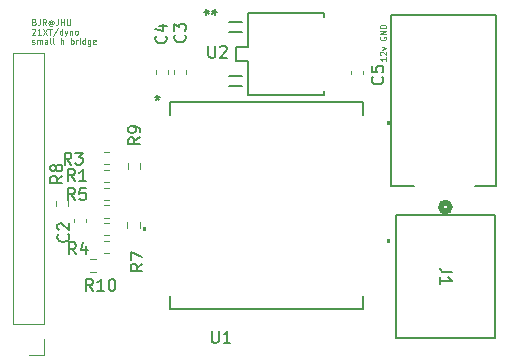
<source format=gbr>
%TF.GenerationSoftware,KiCad,Pcbnew,8.0.7*%
%TF.CreationDate,2025-03-18T00:38:47-04:00*%
%TF.ProjectId,small_hbridge,736d616c-6c5f-4686-9272-696467652e6b,rev?*%
%TF.SameCoordinates,Original*%
%TF.FileFunction,Legend,Top*%
%TF.FilePolarity,Positive*%
%FSLAX46Y46*%
G04 Gerber Fmt 4.6, Leading zero omitted, Abs format (unit mm)*
G04 Created by KiCad (PCBNEW 8.0.7) date 2025-03-18 00:38:47*
%MOMM*%
%LPD*%
G01*
G04 APERTURE LIST*
%ADD10C,0.125000*%
%ADD11C,0.150000*%
%ADD12C,0.120000*%
%ADD13C,0.152400*%
%ADD14C,0.508000*%
%ADD15C,0.127000*%
%ADD16C,0.200000*%
%ADD17C,0.000000*%
G04 APERTURE END LIST*
D10*
X155561950Y-74006460D02*
X155633378Y-74030270D01*
X155633378Y-74030270D02*
X155657188Y-74054079D01*
X155657188Y-74054079D02*
X155680997Y-74101698D01*
X155680997Y-74101698D02*
X155680997Y-74173127D01*
X155680997Y-74173127D02*
X155657188Y-74220746D01*
X155657188Y-74220746D02*
X155633378Y-74244556D01*
X155633378Y-74244556D02*
X155585759Y-74268365D01*
X155585759Y-74268365D02*
X155395283Y-74268365D01*
X155395283Y-74268365D02*
X155395283Y-73768365D01*
X155395283Y-73768365D02*
X155561950Y-73768365D01*
X155561950Y-73768365D02*
X155609569Y-73792175D01*
X155609569Y-73792175D02*
X155633378Y-73815984D01*
X155633378Y-73815984D02*
X155657188Y-73863603D01*
X155657188Y-73863603D02*
X155657188Y-73911222D01*
X155657188Y-73911222D02*
X155633378Y-73958841D01*
X155633378Y-73958841D02*
X155609569Y-73982651D01*
X155609569Y-73982651D02*
X155561950Y-74006460D01*
X155561950Y-74006460D02*
X155395283Y-74006460D01*
X156038140Y-73768365D02*
X156038140Y-74125508D01*
X156038140Y-74125508D02*
X156014331Y-74196936D01*
X156014331Y-74196936D02*
X155966712Y-74244556D01*
X155966712Y-74244556D02*
X155895283Y-74268365D01*
X155895283Y-74268365D02*
X155847664Y-74268365D01*
X156561949Y-74268365D02*
X156395283Y-74030270D01*
X156276235Y-74268365D02*
X156276235Y-73768365D01*
X156276235Y-73768365D02*
X156466711Y-73768365D01*
X156466711Y-73768365D02*
X156514330Y-73792175D01*
X156514330Y-73792175D02*
X156538140Y-73815984D01*
X156538140Y-73815984D02*
X156561949Y-73863603D01*
X156561949Y-73863603D02*
X156561949Y-73935032D01*
X156561949Y-73935032D02*
X156538140Y-73982651D01*
X156538140Y-73982651D02*
X156514330Y-74006460D01*
X156514330Y-74006460D02*
X156466711Y-74030270D01*
X156466711Y-74030270D02*
X156276235Y-74030270D01*
X157085759Y-74030270D02*
X157061949Y-74006460D01*
X157061949Y-74006460D02*
X157014330Y-73982651D01*
X157014330Y-73982651D02*
X156966711Y-73982651D01*
X156966711Y-73982651D02*
X156919092Y-74006460D01*
X156919092Y-74006460D02*
X156895283Y-74030270D01*
X156895283Y-74030270D02*
X156871473Y-74077889D01*
X156871473Y-74077889D02*
X156871473Y-74125508D01*
X156871473Y-74125508D02*
X156895283Y-74173127D01*
X156895283Y-74173127D02*
X156919092Y-74196936D01*
X156919092Y-74196936D02*
X156966711Y-74220746D01*
X156966711Y-74220746D02*
X157014330Y-74220746D01*
X157014330Y-74220746D02*
X157061949Y-74196936D01*
X157061949Y-74196936D02*
X157085759Y-74173127D01*
X157085759Y-73982651D02*
X157085759Y-74173127D01*
X157085759Y-74173127D02*
X157109568Y-74196936D01*
X157109568Y-74196936D02*
X157133378Y-74196936D01*
X157133378Y-74196936D02*
X157180997Y-74173127D01*
X157180997Y-74173127D02*
X157204807Y-74125508D01*
X157204807Y-74125508D02*
X157204807Y-74006460D01*
X157204807Y-74006460D02*
X157157188Y-73935032D01*
X157157188Y-73935032D02*
X157085759Y-73887413D01*
X157085759Y-73887413D02*
X156990521Y-73863603D01*
X156990521Y-73863603D02*
X156895283Y-73887413D01*
X156895283Y-73887413D02*
X156823854Y-73935032D01*
X156823854Y-73935032D02*
X156776235Y-74006460D01*
X156776235Y-74006460D02*
X156752426Y-74101698D01*
X156752426Y-74101698D02*
X156776235Y-74196936D01*
X156776235Y-74196936D02*
X156823854Y-74268365D01*
X156823854Y-74268365D02*
X156895283Y-74315984D01*
X156895283Y-74315984D02*
X156990521Y-74339794D01*
X156990521Y-74339794D02*
X157085759Y-74315984D01*
X157085759Y-74315984D02*
X157157188Y-74268365D01*
X157561949Y-73768365D02*
X157561949Y-74125508D01*
X157561949Y-74125508D02*
X157538140Y-74196936D01*
X157538140Y-74196936D02*
X157490521Y-74244556D01*
X157490521Y-74244556D02*
X157419092Y-74268365D01*
X157419092Y-74268365D02*
X157371473Y-74268365D01*
X157800044Y-74268365D02*
X157800044Y-73768365D01*
X157800044Y-74006460D02*
X158085758Y-74006460D01*
X158085758Y-74268365D02*
X158085758Y-73768365D01*
X158323854Y-73768365D02*
X158323854Y-74173127D01*
X158323854Y-74173127D02*
X158347664Y-74220746D01*
X158347664Y-74220746D02*
X158371473Y-74244556D01*
X158371473Y-74244556D02*
X158419092Y-74268365D01*
X158419092Y-74268365D02*
X158514330Y-74268365D01*
X158514330Y-74268365D02*
X158561949Y-74244556D01*
X158561949Y-74244556D02*
X158585759Y-74220746D01*
X158585759Y-74220746D02*
X158609568Y-74173127D01*
X158609568Y-74173127D02*
X158609568Y-73768365D01*
X155371474Y-74620956D02*
X155395283Y-74597147D01*
X155395283Y-74597147D02*
X155442902Y-74573337D01*
X155442902Y-74573337D02*
X155561950Y-74573337D01*
X155561950Y-74573337D02*
X155609569Y-74597147D01*
X155609569Y-74597147D02*
X155633378Y-74620956D01*
X155633378Y-74620956D02*
X155657188Y-74668575D01*
X155657188Y-74668575D02*
X155657188Y-74716194D01*
X155657188Y-74716194D02*
X155633378Y-74787623D01*
X155633378Y-74787623D02*
X155347664Y-75073337D01*
X155347664Y-75073337D02*
X155657188Y-75073337D01*
X156133378Y-75073337D02*
X155847664Y-75073337D01*
X155990521Y-75073337D02*
X155990521Y-74573337D01*
X155990521Y-74573337D02*
X155942902Y-74644766D01*
X155942902Y-74644766D02*
X155895283Y-74692385D01*
X155895283Y-74692385D02*
X155847664Y-74716194D01*
X156300044Y-74573337D02*
X156633377Y-75073337D01*
X156633377Y-74573337D02*
X156300044Y-75073337D01*
X156752425Y-74573337D02*
X157038139Y-74573337D01*
X156895282Y-75073337D02*
X156895282Y-74573337D01*
X157561948Y-74549528D02*
X157133377Y-75192385D01*
X157942901Y-75073337D02*
X157942901Y-74573337D01*
X157942901Y-75049528D02*
X157895282Y-75073337D01*
X157895282Y-75073337D02*
X157800044Y-75073337D01*
X157800044Y-75073337D02*
X157752425Y-75049528D01*
X157752425Y-75049528D02*
X157728615Y-75025718D01*
X157728615Y-75025718D02*
X157704806Y-74978099D01*
X157704806Y-74978099D02*
X157704806Y-74835242D01*
X157704806Y-74835242D02*
X157728615Y-74787623D01*
X157728615Y-74787623D02*
X157752425Y-74763813D01*
X157752425Y-74763813D02*
X157800044Y-74740004D01*
X157800044Y-74740004D02*
X157895282Y-74740004D01*
X157895282Y-74740004D02*
X157942901Y-74763813D01*
X158133377Y-74740004D02*
X158252425Y-75073337D01*
X158371472Y-74740004D02*
X158252425Y-75073337D01*
X158252425Y-75073337D02*
X158204806Y-75192385D01*
X158204806Y-75192385D02*
X158180996Y-75216194D01*
X158180996Y-75216194D02*
X158133377Y-75240004D01*
X158561948Y-74740004D02*
X158561948Y-75073337D01*
X158561948Y-74787623D02*
X158585758Y-74763813D01*
X158585758Y-74763813D02*
X158633377Y-74740004D01*
X158633377Y-74740004D02*
X158704805Y-74740004D01*
X158704805Y-74740004D02*
X158752424Y-74763813D01*
X158752424Y-74763813D02*
X158776234Y-74811432D01*
X158776234Y-74811432D02*
X158776234Y-75073337D01*
X159085758Y-75073337D02*
X159038139Y-75049528D01*
X159038139Y-75049528D02*
X159014329Y-75025718D01*
X159014329Y-75025718D02*
X158990520Y-74978099D01*
X158990520Y-74978099D02*
X158990520Y-74835242D01*
X158990520Y-74835242D02*
X159014329Y-74787623D01*
X159014329Y-74787623D02*
X159038139Y-74763813D01*
X159038139Y-74763813D02*
X159085758Y-74740004D01*
X159085758Y-74740004D02*
X159157186Y-74740004D01*
X159157186Y-74740004D02*
X159204805Y-74763813D01*
X159204805Y-74763813D02*
X159228615Y-74787623D01*
X159228615Y-74787623D02*
X159252424Y-74835242D01*
X159252424Y-74835242D02*
X159252424Y-74978099D01*
X159252424Y-74978099D02*
X159228615Y-75025718D01*
X159228615Y-75025718D02*
X159204805Y-75049528D01*
X159204805Y-75049528D02*
X159157186Y-75073337D01*
X159157186Y-75073337D02*
X159085758Y-75073337D01*
X155371474Y-75854500D02*
X155419093Y-75878309D01*
X155419093Y-75878309D02*
X155514331Y-75878309D01*
X155514331Y-75878309D02*
X155561950Y-75854500D01*
X155561950Y-75854500D02*
X155585759Y-75806880D01*
X155585759Y-75806880D02*
X155585759Y-75783071D01*
X155585759Y-75783071D02*
X155561950Y-75735452D01*
X155561950Y-75735452D02*
X155514331Y-75711642D01*
X155514331Y-75711642D02*
X155442902Y-75711642D01*
X155442902Y-75711642D02*
X155395283Y-75687833D01*
X155395283Y-75687833D02*
X155371474Y-75640214D01*
X155371474Y-75640214D02*
X155371474Y-75616404D01*
X155371474Y-75616404D02*
X155395283Y-75568785D01*
X155395283Y-75568785D02*
X155442902Y-75544976D01*
X155442902Y-75544976D02*
X155514331Y-75544976D01*
X155514331Y-75544976D02*
X155561950Y-75568785D01*
X155800045Y-75878309D02*
X155800045Y-75544976D01*
X155800045Y-75592595D02*
X155823855Y-75568785D01*
X155823855Y-75568785D02*
X155871474Y-75544976D01*
X155871474Y-75544976D02*
X155942902Y-75544976D01*
X155942902Y-75544976D02*
X155990521Y-75568785D01*
X155990521Y-75568785D02*
X156014331Y-75616404D01*
X156014331Y-75616404D02*
X156014331Y-75878309D01*
X156014331Y-75616404D02*
X156038140Y-75568785D01*
X156038140Y-75568785D02*
X156085759Y-75544976D01*
X156085759Y-75544976D02*
X156157188Y-75544976D01*
X156157188Y-75544976D02*
X156204807Y-75568785D01*
X156204807Y-75568785D02*
X156228617Y-75616404D01*
X156228617Y-75616404D02*
X156228617Y-75878309D01*
X156680998Y-75878309D02*
X156680998Y-75616404D01*
X156680998Y-75616404D02*
X156657188Y-75568785D01*
X156657188Y-75568785D02*
X156609569Y-75544976D01*
X156609569Y-75544976D02*
X156514331Y-75544976D01*
X156514331Y-75544976D02*
X156466712Y-75568785D01*
X156680998Y-75854500D02*
X156633379Y-75878309D01*
X156633379Y-75878309D02*
X156514331Y-75878309D01*
X156514331Y-75878309D02*
X156466712Y-75854500D01*
X156466712Y-75854500D02*
X156442903Y-75806880D01*
X156442903Y-75806880D02*
X156442903Y-75759261D01*
X156442903Y-75759261D02*
X156466712Y-75711642D01*
X156466712Y-75711642D02*
X156514331Y-75687833D01*
X156514331Y-75687833D02*
X156633379Y-75687833D01*
X156633379Y-75687833D02*
X156680998Y-75664023D01*
X156990522Y-75878309D02*
X156942903Y-75854500D01*
X156942903Y-75854500D02*
X156919093Y-75806880D01*
X156919093Y-75806880D02*
X156919093Y-75378309D01*
X157252427Y-75878309D02*
X157204808Y-75854500D01*
X157204808Y-75854500D02*
X157180998Y-75806880D01*
X157180998Y-75806880D02*
X157180998Y-75378309D01*
X157823855Y-75878309D02*
X157823855Y-75378309D01*
X158038141Y-75878309D02*
X158038141Y-75616404D01*
X158038141Y-75616404D02*
X158014331Y-75568785D01*
X158014331Y-75568785D02*
X157966712Y-75544976D01*
X157966712Y-75544976D02*
X157895284Y-75544976D01*
X157895284Y-75544976D02*
X157847665Y-75568785D01*
X157847665Y-75568785D02*
X157823855Y-75592595D01*
X158657188Y-75878309D02*
X158657188Y-75378309D01*
X158657188Y-75568785D02*
X158704807Y-75544976D01*
X158704807Y-75544976D02*
X158800045Y-75544976D01*
X158800045Y-75544976D02*
X158847664Y-75568785D01*
X158847664Y-75568785D02*
X158871474Y-75592595D01*
X158871474Y-75592595D02*
X158895283Y-75640214D01*
X158895283Y-75640214D02*
X158895283Y-75783071D01*
X158895283Y-75783071D02*
X158871474Y-75830690D01*
X158871474Y-75830690D02*
X158847664Y-75854500D01*
X158847664Y-75854500D02*
X158800045Y-75878309D01*
X158800045Y-75878309D02*
X158704807Y-75878309D01*
X158704807Y-75878309D02*
X158657188Y-75854500D01*
X159109569Y-75878309D02*
X159109569Y-75544976D01*
X159109569Y-75640214D02*
X159133379Y-75592595D01*
X159133379Y-75592595D02*
X159157188Y-75568785D01*
X159157188Y-75568785D02*
X159204807Y-75544976D01*
X159204807Y-75544976D02*
X159252426Y-75544976D01*
X159419093Y-75878309D02*
X159419093Y-75544976D01*
X159419093Y-75378309D02*
X159395284Y-75402119D01*
X159395284Y-75402119D02*
X159419093Y-75425928D01*
X159419093Y-75425928D02*
X159442903Y-75402119D01*
X159442903Y-75402119D02*
X159419093Y-75378309D01*
X159419093Y-75378309D02*
X159419093Y-75425928D01*
X159871474Y-75878309D02*
X159871474Y-75378309D01*
X159871474Y-75854500D02*
X159823855Y-75878309D01*
X159823855Y-75878309D02*
X159728617Y-75878309D01*
X159728617Y-75878309D02*
X159680998Y-75854500D01*
X159680998Y-75854500D02*
X159657188Y-75830690D01*
X159657188Y-75830690D02*
X159633379Y-75783071D01*
X159633379Y-75783071D02*
X159633379Y-75640214D01*
X159633379Y-75640214D02*
X159657188Y-75592595D01*
X159657188Y-75592595D02*
X159680998Y-75568785D01*
X159680998Y-75568785D02*
X159728617Y-75544976D01*
X159728617Y-75544976D02*
X159823855Y-75544976D01*
X159823855Y-75544976D02*
X159871474Y-75568785D01*
X160323855Y-75544976D02*
X160323855Y-75949738D01*
X160323855Y-75949738D02*
X160300045Y-75997357D01*
X160300045Y-75997357D02*
X160276236Y-76021166D01*
X160276236Y-76021166D02*
X160228617Y-76044976D01*
X160228617Y-76044976D02*
X160157188Y-76044976D01*
X160157188Y-76044976D02*
X160109569Y-76021166D01*
X160323855Y-75854500D02*
X160276236Y-75878309D01*
X160276236Y-75878309D02*
X160180998Y-75878309D01*
X160180998Y-75878309D02*
X160133379Y-75854500D01*
X160133379Y-75854500D02*
X160109569Y-75830690D01*
X160109569Y-75830690D02*
X160085760Y-75783071D01*
X160085760Y-75783071D02*
X160085760Y-75640214D01*
X160085760Y-75640214D02*
X160109569Y-75592595D01*
X160109569Y-75592595D02*
X160133379Y-75568785D01*
X160133379Y-75568785D02*
X160180998Y-75544976D01*
X160180998Y-75544976D02*
X160276236Y-75544976D01*
X160276236Y-75544976D02*
X160323855Y-75568785D01*
X160752426Y-75854500D02*
X160704807Y-75878309D01*
X160704807Y-75878309D02*
X160609569Y-75878309D01*
X160609569Y-75878309D02*
X160561950Y-75854500D01*
X160561950Y-75854500D02*
X160538141Y-75806880D01*
X160538141Y-75806880D02*
X160538141Y-75616404D01*
X160538141Y-75616404D02*
X160561950Y-75568785D01*
X160561950Y-75568785D02*
X160609569Y-75544976D01*
X160609569Y-75544976D02*
X160704807Y-75544976D01*
X160704807Y-75544976D02*
X160752426Y-75568785D01*
X160752426Y-75568785D02*
X160776236Y-75616404D01*
X160776236Y-75616404D02*
X160776236Y-75664023D01*
X160776236Y-75664023D02*
X160538141Y-75711642D01*
X185352309Y-77006811D02*
X185352309Y-77292525D01*
X185352309Y-77149668D02*
X184852309Y-77149668D01*
X184852309Y-77149668D02*
X184923738Y-77197287D01*
X184923738Y-77197287D02*
X184971357Y-77244906D01*
X184971357Y-77244906D02*
X184995166Y-77292525D01*
X184899928Y-76816335D02*
X184876119Y-76792526D01*
X184876119Y-76792526D02*
X184852309Y-76744907D01*
X184852309Y-76744907D02*
X184852309Y-76625859D01*
X184852309Y-76625859D02*
X184876119Y-76578240D01*
X184876119Y-76578240D02*
X184899928Y-76554431D01*
X184899928Y-76554431D02*
X184947547Y-76530621D01*
X184947547Y-76530621D02*
X184995166Y-76530621D01*
X184995166Y-76530621D02*
X185066595Y-76554431D01*
X185066595Y-76554431D02*
X185352309Y-76840145D01*
X185352309Y-76840145D02*
X185352309Y-76530621D01*
X185018976Y-76363955D02*
X185352309Y-76244907D01*
X185352309Y-76244907D02*
X185018976Y-76125860D01*
X184876119Y-75292527D02*
X184852309Y-75340146D01*
X184852309Y-75340146D02*
X184852309Y-75411575D01*
X184852309Y-75411575D02*
X184876119Y-75483003D01*
X184876119Y-75483003D02*
X184923738Y-75530622D01*
X184923738Y-75530622D02*
X184971357Y-75554432D01*
X184971357Y-75554432D02*
X185066595Y-75578241D01*
X185066595Y-75578241D02*
X185138023Y-75578241D01*
X185138023Y-75578241D02*
X185233261Y-75554432D01*
X185233261Y-75554432D02*
X185280880Y-75530622D01*
X185280880Y-75530622D02*
X185328500Y-75483003D01*
X185328500Y-75483003D02*
X185352309Y-75411575D01*
X185352309Y-75411575D02*
X185352309Y-75363956D01*
X185352309Y-75363956D02*
X185328500Y-75292527D01*
X185328500Y-75292527D02*
X185304690Y-75268718D01*
X185304690Y-75268718D02*
X185138023Y-75268718D01*
X185138023Y-75268718D02*
X185138023Y-75363956D01*
X185352309Y-75054432D02*
X184852309Y-75054432D01*
X184852309Y-75054432D02*
X185352309Y-74768718D01*
X185352309Y-74768718D02*
X184852309Y-74768718D01*
X185352309Y-74530622D02*
X184852309Y-74530622D01*
X184852309Y-74530622D02*
X184852309Y-74411574D01*
X184852309Y-74411574D02*
X184876119Y-74340146D01*
X184876119Y-74340146D02*
X184923738Y-74292527D01*
X184923738Y-74292527D02*
X184971357Y-74268717D01*
X184971357Y-74268717D02*
X185066595Y-74244908D01*
X185066595Y-74244908D02*
X185138023Y-74244908D01*
X185138023Y-74244908D02*
X185233261Y-74268717D01*
X185233261Y-74268717D02*
X185280880Y-74292527D01*
X185280880Y-74292527D02*
X185328500Y-74340146D01*
X185328500Y-74340146D02*
X185352309Y-74411574D01*
X185352309Y-74411574D02*
X185352309Y-74530622D01*
D11*
X160525691Y-96779820D02*
X160192358Y-96303629D01*
X159954263Y-96779820D02*
X159954263Y-95779820D01*
X159954263Y-95779820D02*
X160335215Y-95779820D01*
X160335215Y-95779820D02*
X160430453Y-95827439D01*
X160430453Y-95827439D02*
X160478072Y-95875058D01*
X160478072Y-95875058D02*
X160525691Y-95970296D01*
X160525691Y-95970296D02*
X160525691Y-96113153D01*
X160525691Y-96113153D02*
X160478072Y-96208391D01*
X160478072Y-96208391D02*
X160430453Y-96256010D01*
X160430453Y-96256010D02*
X160335215Y-96303629D01*
X160335215Y-96303629D02*
X159954263Y-96303629D01*
X161478072Y-96779820D02*
X160906644Y-96779820D01*
X161192358Y-96779820D02*
X161192358Y-95779820D01*
X161192358Y-95779820D02*
X161097120Y-95922677D01*
X161097120Y-95922677D02*
X161001882Y-96017915D01*
X161001882Y-96017915D02*
X160906644Y-96065534D01*
X162097120Y-95779820D02*
X162192358Y-95779820D01*
X162192358Y-95779820D02*
X162287596Y-95827439D01*
X162287596Y-95827439D02*
X162335215Y-95875058D01*
X162335215Y-95875058D02*
X162382834Y-95970296D01*
X162382834Y-95970296D02*
X162430453Y-96160772D01*
X162430453Y-96160772D02*
X162430453Y-96398867D01*
X162430453Y-96398867D02*
X162382834Y-96589343D01*
X162382834Y-96589343D02*
X162335215Y-96684581D01*
X162335215Y-96684581D02*
X162287596Y-96732201D01*
X162287596Y-96732201D02*
X162192358Y-96779820D01*
X162192358Y-96779820D02*
X162097120Y-96779820D01*
X162097120Y-96779820D02*
X162001882Y-96732201D01*
X162001882Y-96732201D02*
X161954263Y-96684581D01*
X161954263Y-96684581D02*
X161906644Y-96589343D01*
X161906644Y-96589343D02*
X161859025Y-96398867D01*
X161859025Y-96398867D02*
X161859025Y-96160772D01*
X161859025Y-96160772D02*
X161906644Y-95970296D01*
X161906644Y-95970296D02*
X161954263Y-95875058D01*
X161954263Y-95875058D02*
X162001882Y-95827439D01*
X162001882Y-95827439D02*
X162097120Y-95779820D01*
X190918180Y-95196066D02*
X190203895Y-95196066D01*
X190203895Y-95196066D02*
X190061038Y-95148447D01*
X190061038Y-95148447D02*
X189965800Y-95053209D01*
X189965800Y-95053209D02*
X189918180Y-94910352D01*
X189918180Y-94910352D02*
X189918180Y-94815114D01*
X189918180Y-96196066D02*
X189918180Y-95624638D01*
X189918180Y-95910352D02*
X190918180Y-95910352D01*
X190918180Y-95910352D02*
X190775323Y-95815114D01*
X190775323Y-95815114D02*
X190680085Y-95719876D01*
X190680085Y-95719876D02*
X190632466Y-95624638D01*
X159101882Y-93679820D02*
X158768549Y-93203629D01*
X158530454Y-93679820D02*
X158530454Y-92679820D01*
X158530454Y-92679820D02*
X158911406Y-92679820D01*
X158911406Y-92679820D02*
X159006644Y-92727439D01*
X159006644Y-92727439D02*
X159054263Y-92775058D01*
X159054263Y-92775058D02*
X159101882Y-92870296D01*
X159101882Y-92870296D02*
X159101882Y-93013153D01*
X159101882Y-93013153D02*
X159054263Y-93108391D01*
X159054263Y-93108391D02*
X159006644Y-93156010D01*
X159006644Y-93156010D02*
X158911406Y-93203629D01*
X158911406Y-93203629D02*
X158530454Y-93203629D01*
X159959025Y-93013153D02*
X159959025Y-93679820D01*
X159720930Y-92632201D02*
X159482835Y-93346486D01*
X159482835Y-93346486D02*
X160101882Y-93346486D01*
X159001882Y-89079820D02*
X158668549Y-88603629D01*
X158430454Y-89079820D02*
X158430454Y-88079820D01*
X158430454Y-88079820D02*
X158811406Y-88079820D01*
X158811406Y-88079820D02*
X158906644Y-88127439D01*
X158906644Y-88127439D02*
X158954263Y-88175058D01*
X158954263Y-88175058D02*
X159001882Y-88270296D01*
X159001882Y-88270296D02*
X159001882Y-88413153D01*
X159001882Y-88413153D02*
X158954263Y-88508391D01*
X158954263Y-88508391D02*
X158906644Y-88556010D01*
X158906644Y-88556010D02*
X158811406Y-88603629D01*
X158811406Y-88603629D02*
X158430454Y-88603629D01*
X159906644Y-88079820D02*
X159430454Y-88079820D01*
X159430454Y-88079820D02*
X159382835Y-88556010D01*
X159382835Y-88556010D02*
X159430454Y-88508391D01*
X159430454Y-88508391D02*
X159525692Y-88460772D01*
X159525692Y-88460772D02*
X159763787Y-88460772D01*
X159763787Y-88460772D02*
X159859025Y-88508391D01*
X159859025Y-88508391D02*
X159906644Y-88556010D01*
X159906644Y-88556010D02*
X159954263Y-88651248D01*
X159954263Y-88651248D02*
X159954263Y-88889343D01*
X159954263Y-88889343D02*
X159906644Y-88984581D01*
X159906644Y-88984581D02*
X159859025Y-89032201D01*
X159859025Y-89032201D02*
X159763787Y-89079820D01*
X159763787Y-89079820D02*
X159525692Y-89079820D01*
X159525692Y-89079820D02*
X159430454Y-89032201D01*
X159430454Y-89032201D02*
X159382835Y-88984581D01*
X166699580Y-75196666D02*
X166747200Y-75244285D01*
X166747200Y-75244285D02*
X166794819Y-75387142D01*
X166794819Y-75387142D02*
X166794819Y-75482380D01*
X166794819Y-75482380D02*
X166747200Y-75625237D01*
X166747200Y-75625237D02*
X166651961Y-75720475D01*
X166651961Y-75720475D02*
X166556723Y-75768094D01*
X166556723Y-75768094D02*
X166366247Y-75815713D01*
X166366247Y-75815713D02*
X166223390Y-75815713D01*
X166223390Y-75815713D02*
X166032914Y-75768094D01*
X166032914Y-75768094D02*
X165937676Y-75720475D01*
X165937676Y-75720475D02*
X165842438Y-75625237D01*
X165842438Y-75625237D02*
X165794819Y-75482380D01*
X165794819Y-75482380D02*
X165794819Y-75387142D01*
X165794819Y-75387142D02*
X165842438Y-75244285D01*
X165842438Y-75244285D02*
X165890057Y-75196666D01*
X166128152Y-74339523D02*
X166794819Y-74339523D01*
X165747200Y-74577618D02*
X166461485Y-74815713D01*
X166461485Y-74815713D02*
X166461485Y-74196666D01*
X159001882Y-87479820D02*
X158668549Y-87003629D01*
X158430454Y-87479820D02*
X158430454Y-86479820D01*
X158430454Y-86479820D02*
X158811406Y-86479820D01*
X158811406Y-86479820D02*
X158906644Y-86527439D01*
X158906644Y-86527439D02*
X158954263Y-86575058D01*
X158954263Y-86575058D02*
X159001882Y-86670296D01*
X159001882Y-86670296D02*
X159001882Y-86813153D01*
X159001882Y-86813153D02*
X158954263Y-86908391D01*
X158954263Y-86908391D02*
X158906644Y-86956010D01*
X158906644Y-86956010D02*
X158811406Y-87003629D01*
X158811406Y-87003629D02*
X158430454Y-87003629D01*
X159954263Y-87479820D02*
X159382835Y-87479820D01*
X159668549Y-87479820D02*
X159668549Y-86479820D01*
X159668549Y-86479820D02*
X159573311Y-86622677D01*
X159573311Y-86622677D02*
X159478073Y-86717915D01*
X159478073Y-86717915D02*
X159382835Y-86765534D01*
X158701882Y-86079820D02*
X158368549Y-85603629D01*
X158130454Y-86079820D02*
X158130454Y-85079820D01*
X158130454Y-85079820D02*
X158511406Y-85079820D01*
X158511406Y-85079820D02*
X158606644Y-85127439D01*
X158606644Y-85127439D02*
X158654263Y-85175058D01*
X158654263Y-85175058D02*
X158701882Y-85270296D01*
X158701882Y-85270296D02*
X158701882Y-85413153D01*
X158701882Y-85413153D02*
X158654263Y-85508391D01*
X158654263Y-85508391D02*
X158606644Y-85556010D01*
X158606644Y-85556010D02*
X158511406Y-85603629D01*
X158511406Y-85603629D02*
X158130454Y-85603629D01*
X159035216Y-85079820D02*
X159654263Y-85079820D01*
X159654263Y-85079820D02*
X159320930Y-85460772D01*
X159320930Y-85460772D02*
X159463787Y-85460772D01*
X159463787Y-85460772D02*
X159559025Y-85508391D01*
X159559025Y-85508391D02*
X159606644Y-85556010D01*
X159606644Y-85556010D02*
X159654263Y-85651248D01*
X159654263Y-85651248D02*
X159654263Y-85889343D01*
X159654263Y-85889343D02*
X159606644Y-85984581D01*
X159606644Y-85984581D02*
X159559025Y-86032201D01*
X159559025Y-86032201D02*
X159463787Y-86079820D01*
X159463787Y-86079820D02*
X159178073Y-86079820D01*
X159178073Y-86079820D02*
X159082835Y-86032201D01*
X159082835Y-86032201D02*
X159035216Y-85984581D01*
X158428129Y-91991667D02*
X158475749Y-92039286D01*
X158475749Y-92039286D02*
X158523368Y-92182143D01*
X158523368Y-92182143D02*
X158523368Y-92277381D01*
X158523368Y-92277381D02*
X158475749Y-92420238D01*
X158475749Y-92420238D02*
X158380510Y-92515476D01*
X158380510Y-92515476D02*
X158285272Y-92563095D01*
X158285272Y-92563095D02*
X158094796Y-92610714D01*
X158094796Y-92610714D02*
X157951939Y-92610714D01*
X157951939Y-92610714D02*
X157761463Y-92563095D01*
X157761463Y-92563095D02*
X157666225Y-92515476D01*
X157666225Y-92515476D02*
X157570987Y-92420238D01*
X157570987Y-92420238D02*
X157523368Y-92277381D01*
X157523368Y-92277381D02*
X157523368Y-92182143D01*
X157523368Y-92182143D02*
X157570987Y-92039286D01*
X157570987Y-92039286D02*
X157618606Y-91991667D01*
X157618606Y-91610714D02*
X157570987Y-91563095D01*
X157570987Y-91563095D02*
X157523368Y-91467857D01*
X157523368Y-91467857D02*
X157523368Y-91229762D01*
X157523368Y-91229762D02*
X157570987Y-91134524D01*
X157570987Y-91134524D02*
X157618606Y-91086905D01*
X157618606Y-91086905D02*
X157713844Y-91039286D01*
X157713844Y-91039286D02*
X157809082Y-91039286D01*
X157809082Y-91039286D02*
X157951939Y-91086905D01*
X157951939Y-91086905D02*
X158523368Y-91658333D01*
X158523368Y-91658333D02*
X158523368Y-91039286D01*
X164523368Y-83791667D02*
X164047177Y-84125000D01*
X164523368Y-84363095D02*
X163523368Y-84363095D01*
X163523368Y-84363095D02*
X163523368Y-83982143D01*
X163523368Y-83982143D02*
X163570987Y-83886905D01*
X163570987Y-83886905D02*
X163618606Y-83839286D01*
X163618606Y-83839286D02*
X163713844Y-83791667D01*
X163713844Y-83791667D02*
X163856701Y-83791667D01*
X163856701Y-83791667D02*
X163951939Y-83839286D01*
X163951939Y-83839286D02*
X163999558Y-83886905D01*
X163999558Y-83886905D02*
X164047177Y-83982143D01*
X164047177Y-83982143D02*
X164047177Y-84363095D01*
X164523368Y-83315476D02*
X164523368Y-83125000D01*
X164523368Y-83125000D02*
X164475749Y-83029762D01*
X164475749Y-83029762D02*
X164428129Y-82982143D01*
X164428129Y-82982143D02*
X164285272Y-82886905D01*
X164285272Y-82886905D02*
X164094796Y-82839286D01*
X164094796Y-82839286D02*
X163713844Y-82839286D01*
X163713844Y-82839286D02*
X163618606Y-82886905D01*
X163618606Y-82886905D02*
X163570987Y-82934524D01*
X163570987Y-82934524D02*
X163523368Y-83029762D01*
X163523368Y-83029762D02*
X163523368Y-83220238D01*
X163523368Y-83220238D02*
X163570987Y-83315476D01*
X163570987Y-83315476D02*
X163618606Y-83363095D01*
X163618606Y-83363095D02*
X163713844Y-83410714D01*
X163713844Y-83410714D02*
X163951939Y-83410714D01*
X163951939Y-83410714D02*
X164047177Y-83363095D01*
X164047177Y-83363095D02*
X164094796Y-83315476D01*
X164094796Y-83315476D02*
X164142415Y-83220238D01*
X164142415Y-83220238D02*
X164142415Y-83029762D01*
X164142415Y-83029762D02*
X164094796Y-82934524D01*
X164094796Y-82934524D02*
X164047177Y-82886905D01*
X164047177Y-82886905D02*
X163951939Y-82839286D01*
X185025380Y-78656666D02*
X185073000Y-78704285D01*
X185073000Y-78704285D02*
X185120619Y-78847142D01*
X185120619Y-78847142D02*
X185120619Y-78942380D01*
X185120619Y-78942380D02*
X185073000Y-79085237D01*
X185073000Y-79085237D02*
X184977761Y-79180475D01*
X184977761Y-79180475D02*
X184882523Y-79228094D01*
X184882523Y-79228094D02*
X184692047Y-79275713D01*
X184692047Y-79275713D02*
X184549190Y-79275713D01*
X184549190Y-79275713D02*
X184358714Y-79228094D01*
X184358714Y-79228094D02*
X184263476Y-79180475D01*
X184263476Y-79180475D02*
X184168238Y-79085237D01*
X184168238Y-79085237D02*
X184120619Y-78942380D01*
X184120619Y-78942380D02*
X184120619Y-78847142D01*
X184120619Y-78847142D02*
X184168238Y-78704285D01*
X184168238Y-78704285D02*
X184215857Y-78656666D01*
X184120619Y-77751904D02*
X184120619Y-78228094D01*
X184120619Y-78228094D02*
X184596809Y-78275713D01*
X184596809Y-78275713D02*
X184549190Y-78228094D01*
X184549190Y-78228094D02*
X184501571Y-78132856D01*
X184501571Y-78132856D02*
X184501571Y-77894761D01*
X184501571Y-77894761D02*
X184549190Y-77799523D01*
X184549190Y-77799523D02*
X184596809Y-77751904D01*
X184596809Y-77751904D02*
X184692047Y-77704285D01*
X184692047Y-77704285D02*
X184930142Y-77704285D01*
X184930142Y-77704285D02*
X185025380Y-77751904D01*
X185025380Y-77751904D02*
X185073000Y-77799523D01*
X185073000Y-77799523D02*
X185120619Y-77894761D01*
X185120619Y-77894761D02*
X185120619Y-78132856D01*
X185120619Y-78132856D02*
X185073000Y-78228094D01*
X185073000Y-78228094D02*
X185025380Y-78275713D01*
X164723368Y-94491667D02*
X164247177Y-94825000D01*
X164723368Y-95063095D02*
X163723368Y-95063095D01*
X163723368Y-95063095D02*
X163723368Y-94682143D01*
X163723368Y-94682143D02*
X163770987Y-94586905D01*
X163770987Y-94586905D02*
X163818606Y-94539286D01*
X163818606Y-94539286D02*
X163913844Y-94491667D01*
X163913844Y-94491667D02*
X164056701Y-94491667D01*
X164056701Y-94491667D02*
X164151939Y-94539286D01*
X164151939Y-94539286D02*
X164199558Y-94586905D01*
X164199558Y-94586905D02*
X164247177Y-94682143D01*
X164247177Y-94682143D02*
X164247177Y-95063095D01*
X163723368Y-94158333D02*
X163723368Y-93491667D01*
X163723368Y-93491667D02*
X164723368Y-93920238D01*
X168299580Y-75096666D02*
X168347200Y-75144285D01*
X168347200Y-75144285D02*
X168394819Y-75287142D01*
X168394819Y-75287142D02*
X168394819Y-75382380D01*
X168394819Y-75382380D02*
X168347200Y-75525237D01*
X168347200Y-75525237D02*
X168251961Y-75620475D01*
X168251961Y-75620475D02*
X168156723Y-75668094D01*
X168156723Y-75668094D02*
X167966247Y-75715713D01*
X167966247Y-75715713D02*
X167823390Y-75715713D01*
X167823390Y-75715713D02*
X167632914Y-75668094D01*
X167632914Y-75668094D02*
X167537676Y-75620475D01*
X167537676Y-75620475D02*
X167442438Y-75525237D01*
X167442438Y-75525237D02*
X167394819Y-75382380D01*
X167394819Y-75382380D02*
X167394819Y-75287142D01*
X167394819Y-75287142D02*
X167442438Y-75144285D01*
X167442438Y-75144285D02*
X167490057Y-75096666D01*
X167394819Y-74763332D02*
X167394819Y-74144285D01*
X167394819Y-74144285D02*
X167775771Y-74477618D01*
X167775771Y-74477618D02*
X167775771Y-74334761D01*
X167775771Y-74334761D02*
X167823390Y-74239523D01*
X167823390Y-74239523D02*
X167871009Y-74191904D01*
X167871009Y-74191904D02*
X167966247Y-74144285D01*
X167966247Y-74144285D02*
X168204342Y-74144285D01*
X168204342Y-74144285D02*
X168299580Y-74191904D01*
X168299580Y-74191904D02*
X168347200Y-74239523D01*
X168347200Y-74239523D02*
X168394819Y-74334761D01*
X168394819Y-74334761D02*
X168394819Y-74620475D01*
X168394819Y-74620475D02*
X168347200Y-74715713D01*
X168347200Y-74715713D02*
X168299580Y-74763332D01*
X170307095Y-76035819D02*
X170307095Y-76845342D01*
X170307095Y-76845342D02*
X170354714Y-76940580D01*
X170354714Y-76940580D02*
X170402333Y-76988200D01*
X170402333Y-76988200D02*
X170497571Y-77035819D01*
X170497571Y-77035819D02*
X170688047Y-77035819D01*
X170688047Y-77035819D02*
X170783285Y-76988200D01*
X170783285Y-76988200D02*
X170830904Y-76940580D01*
X170830904Y-76940580D02*
X170878523Y-76845342D01*
X170878523Y-76845342D02*
X170878523Y-76035819D01*
X171307095Y-76131057D02*
X171354714Y-76083438D01*
X171354714Y-76083438D02*
X171449952Y-76035819D01*
X171449952Y-76035819D02*
X171688047Y-76035819D01*
X171688047Y-76035819D02*
X171783285Y-76083438D01*
X171783285Y-76083438D02*
X171830904Y-76131057D01*
X171830904Y-76131057D02*
X171878523Y-76226295D01*
X171878523Y-76226295D02*
X171878523Y-76321533D01*
X171878523Y-76321533D02*
X171830904Y-76464390D01*
X171830904Y-76464390D02*
X171259476Y-77035819D01*
X171259476Y-77035819D02*
X171878523Y-77035819D01*
X171031780Y-73184000D02*
X170793685Y-73184000D01*
X170888923Y-72945905D02*
X170793685Y-73184000D01*
X170793685Y-73184000D02*
X170888923Y-73422095D01*
X170603209Y-73041143D02*
X170793685Y-73184000D01*
X170793685Y-73184000D02*
X170603209Y-73326857D01*
X169941419Y-73183999D02*
X170179514Y-73183999D01*
X170084276Y-73422094D02*
X170179514Y-73183999D01*
X170179514Y-73183999D02*
X170084276Y-72945904D01*
X170369990Y-73326856D02*
X170179514Y-73183999D01*
X170179514Y-73183999D02*
X170369990Y-73041142D01*
X157934819Y-87034666D02*
X157458628Y-87367999D01*
X157934819Y-87606094D02*
X156934819Y-87606094D01*
X156934819Y-87606094D02*
X156934819Y-87225142D01*
X156934819Y-87225142D02*
X156982438Y-87129904D01*
X156982438Y-87129904D02*
X157030057Y-87082285D01*
X157030057Y-87082285D02*
X157125295Y-87034666D01*
X157125295Y-87034666D02*
X157268152Y-87034666D01*
X157268152Y-87034666D02*
X157363390Y-87082285D01*
X157363390Y-87082285D02*
X157411009Y-87129904D01*
X157411009Y-87129904D02*
X157458628Y-87225142D01*
X157458628Y-87225142D02*
X157458628Y-87606094D01*
X157363390Y-86463237D02*
X157315771Y-86558475D01*
X157315771Y-86558475D02*
X157268152Y-86606094D01*
X157268152Y-86606094D02*
X157172914Y-86653713D01*
X157172914Y-86653713D02*
X157125295Y-86653713D01*
X157125295Y-86653713D02*
X157030057Y-86606094D01*
X157030057Y-86606094D02*
X156982438Y-86558475D01*
X156982438Y-86558475D02*
X156934819Y-86463237D01*
X156934819Y-86463237D02*
X156934819Y-86272761D01*
X156934819Y-86272761D02*
X156982438Y-86177523D01*
X156982438Y-86177523D02*
X157030057Y-86129904D01*
X157030057Y-86129904D02*
X157125295Y-86082285D01*
X157125295Y-86082285D02*
X157172914Y-86082285D01*
X157172914Y-86082285D02*
X157268152Y-86129904D01*
X157268152Y-86129904D02*
X157315771Y-86177523D01*
X157315771Y-86177523D02*
X157363390Y-86272761D01*
X157363390Y-86272761D02*
X157363390Y-86463237D01*
X157363390Y-86463237D02*
X157411009Y-86558475D01*
X157411009Y-86558475D02*
X157458628Y-86606094D01*
X157458628Y-86606094D02*
X157553866Y-86653713D01*
X157553866Y-86653713D02*
X157744342Y-86653713D01*
X157744342Y-86653713D02*
X157839580Y-86606094D01*
X157839580Y-86606094D02*
X157887200Y-86558475D01*
X157887200Y-86558475D02*
X157934819Y-86463237D01*
X157934819Y-86463237D02*
X157934819Y-86272761D01*
X157934819Y-86272761D02*
X157887200Y-86177523D01*
X157887200Y-86177523D02*
X157839580Y-86129904D01*
X157839580Y-86129904D02*
X157744342Y-86082285D01*
X157744342Y-86082285D02*
X157553866Y-86082285D01*
X157553866Y-86082285D02*
X157458628Y-86129904D01*
X157458628Y-86129904D02*
X157411009Y-86177523D01*
X157411009Y-86177523D02*
X157363390Y-86272761D01*
X170606644Y-100179820D02*
X170606644Y-100989343D01*
X170606644Y-100989343D02*
X170654263Y-101084581D01*
X170654263Y-101084581D02*
X170701882Y-101132201D01*
X170701882Y-101132201D02*
X170797120Y-101179820D01*
X170797120Y-101179820D02*
X170987596Y-101179820D01*
X170987596Y-101179820D02*
X171082834Y-101132201D01*
X171082834Y-101132201D02*
X171130453Y-101084581D01*
X171130453Y-101084581D02*
X171178072Y-100989343D01*
X171178072Y-100989343D02*
X171178072Y-100179820D01*
X172178072Y-101179820D02*
X171606644Y-101179820D01*
X171892358Y-101179820D02*
X171892358Y-100179820D01*
X171892358Y-100179820D02*
X171797120Y-100322677D01*
X171797120Y-100322677D02*
X171701882Y-100417915D01*
X171701882Y-100417915D02*
X171606644Y-100465534D01*
X165989549Y-80226819D02*
X165989549Y-80464914D01*
X165751454Y-80369676D02*
X165989549Y-80464914D01*
X165989549Y-80464914D02*
X166227644Y-80369676D01*
X165846692Y-80655390D02*
X165989549Y-80464914D01*
X165989549Y-80464914D02*
X166132406Y-80655390D01*
X165989549Y-80226819D02*
X165989549Y-80464914D01*
X165751454Y-80369676D02*
X165989549Y-80464914D01*
X165989549Y-80464914D02*
X166227644Y-80369676D01*
X165846692Y-80655390D02*
X165989549Y-80464914D01*
X165989549Y-80464914D02*
X166132406Y-80655390D01*
D12*
%TO.C,R10*%
X160306291Y-94102501D02*
X160780807Y-94102501D01*
X160306291Y-95147501D02*
X160780807Y-95147501D01*
D13*
%TO.C,J1*%
X186156600Y-90322400D02*
X186156600Y-100736400D01*
X186156600Y-100736400D02*
X194589400Y-100736400D01*
X194589400Y-90322400D02*
X186156600Y-90322400D01*
X194589400Y-100736400D02*
X194589400Y-90322400D01*
D14*
X190754000Y-89687400D02*
G75*
G02*
X189992000Y-89687400I-381000J0D01*
G01*
X189992000Y-89687400D02*
G75*
G02*
X190754000Y-89687400I381000J0D01*
G01*
D12*
%TO.C,R4*%
X161456291Y-92527501D02*
X161930807Y-92527501D01*
X161456291Y-93572501D02*
X161930807Y-93572501D01*
%TO.C,R6*%
X161456291Y-89527501D02*
X161930807Y-89527501D01*
X161456291Y-90572501D02*
X161930807Y-90572501D01*
D15*
%TO.C,J3*%
X185796000Y-73399000D02*
X194696000Y-73399000D01*
X185796000Y-87899000D02*
X185796000Y-73399000D01*
X187696000Y-87899000D02*
X185796000Y-87899000D01*
X194696000Y-73399000D02*
X194696000Y-87899000D01*
X194696000Y-87899000D02*
X192896000Y-87899000D01*
D16*
X190346000Y-89199000D02*
G75*
G02*
X190146000Y-89199000I-100000J0D01*
G01*
X190146000Y-89199000D02*
G75*
G02*
X190346000Y-89199000I100000J0D01*
G01*
D12*
%TO.C,R5*%
X161456291Y-88027501D02*
X161930807Y-88027501D01*
X161456291Y-89072501D02*
X161930807Y-89072501D01*
%TO.C,C4*%
X165880000Y-78114420D02*
X165880000Y-78395580D01*
X166900000Y-78114420D02*
X166900000Y-78395580D01*
%TO.C,R2*%
X161456291Y-91002501D02*
X161930807Y-91002501D01*
X161456291Y-92047501D02*
X161930807Y-92047501D01*
%TO.C,R1*%
X161456291Y-86527501D02*
X161930807Y-86527501D01*
X161456291Y-87572501D02*
X161930807Y-87572501D01*
%TO.C,R3*%
X161456291Y-85027501D02*
X161930807Y-85027501D01*
X161456291Y-86072501D02*
X161930807Y-86072501D01*
%TO.C,C2*%
X158933549Y-90684421D02*
X158933549Y-90965581D01*
X159953549Y-90684421D02*
X159953549Y-90965581D01*
%TO.C,R9*%
X163471049Y-86462259D02*
X163471049Y-85987743D01*
X164516049Y-86462259D02*
X164516049Y-85987743D01*
%TO.C,C5*%
X182380800Y-78455580D02*
X182380800Y-78174420D01*
X183400800Y-78455580D02*
X183400800Y-78174420D01*
%TO.C,R7*%
X163446049Y-91437259D02*
X163446049Y-90962743D01*
X164491049Y-91437259D02*
X164491049Y-90962743D01*
%TO.C,C3*%
X167380000Y-78114420D02*
X167380000Y-78395580D01*
X168400000Y-78114420D02*
X168400000Y-78395580D01*
D13*
%TO.C,U2*%
X172620200Y-76168500D02*
X172620200Y-77311500D01*
X172620200Y-77311500D02*
X173636200Y-77311500D01*
X173153600Y-74009500D02*
X172086800Y-74009500D01*
X173153600Y-74898500D02*
X172086800Y-74898500D01*
X173153600Y-78581500D02*
X172086800Y-78581500D01*
X173153600Y-79470500D02*
X172086800Y-79470500D01*
X173636200Y-73247500D02*
X173636200Y-76168500D01*
X173636200Y-76168500D02*
X172620200Y-76168500D01*
X173636200Y-77311500D02*
X173636200Y-80232500D01*
X173636200Y-80232500D02*
X180113200Y-80232500D01*
X180113200Y-73247500D02*
X173636200Y-73247500D01*
X180113200Y-73625960D02*
X180113200Y-73247500D01*
X180113200Y-80232500D02*
X180113200Y-79854040D01*
D12*
%TO.C,R8*%
X157367500Y-89622258D02*
X157367500Y-89147742D01*
X158412500Y-89622258D02*
X158412500Y-89147742D01*
%TO.C,J4*%
X153750000Y-99575000D02*
X153750000Y-76655000D01*
X156410000Y-76655000D02*
X153750000Y-76655000D01*
X156410000Y-99575000D02*
X153750000Y-99575000D01*
X156410000Y-99575000D02*
X156410000Y-76655000D01*
X156410000Y-100845000D02*
X156410000Y-102175000D01*
X156410000Y-102175000D02*
X155080000Y-102175000D01*
D13*
%TO.C,U1*%
X167069049Y-80774300D02*
X167069049Y-81899761D01*
X167069049Y-97200241D02*
X167069049Y-98325700D01*
X167069049Y-98325700D02*
X183426649Y-98325700D01*
X183426649Y-80774300D02*
X167069049Y-80774300D01*
X183426649Y-81899759D02*
X183426649Y-80774300D01*
X183426649Y-98325700D02*
X183426649Y-97200239D01*
D17*
G36*
X165062449Y-91740501D02*
G01*
X164808449Y-91740501D01*
X164808449Y-91359501D01*
X165062449Y-91359501D01*
X165062449Y-91740501D01*
G37*
G36*
X185687249Y-82740499D02*
G01*
X185433249Y-82740499D01*
X185433249Y-82359499D01*
X185687249Y-82359499D01*
X185687249Y-82740499D01*
G37*
G36*
X185687249Y-92740499D02*
G01*
X185433249Y-92740499D01*
X185433249Y-92359499D01*
X185687249Y-92359499D01*
X185687249Y-92740499D01*
G37*
%TD*%
M02*

</source>
